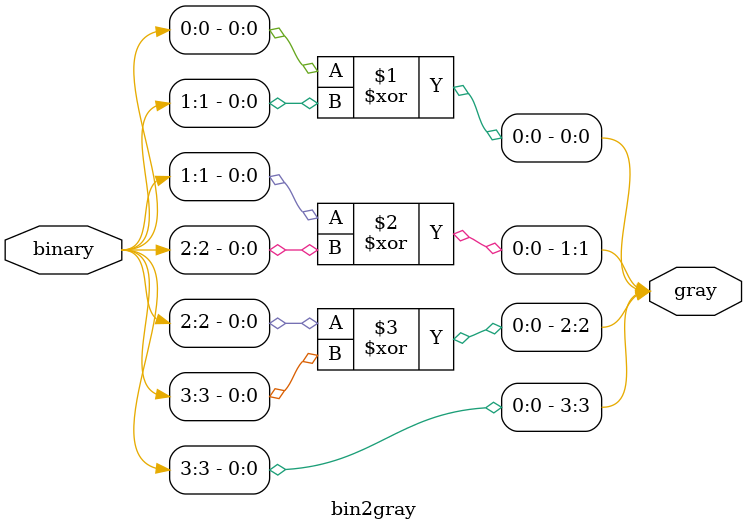
<source format=sv>
`timescale 1ns / 1ps

module bin2gray #(parameter WIDTH=4) (
    input  wire [WIDTH-1:0]   binary,
    output wire [WIDTH-1:0]   gray
);

    genvar i;
    generate
        for(i=0;i<WIDTH-1;i++) begin
            assign gray[i] = binary[i] ^ binary[i+1];
        end
    endgenerate

    assign gray[WIDTH-1] = binary[WIDTH-1];

endmodule : bin2gray
</source>
